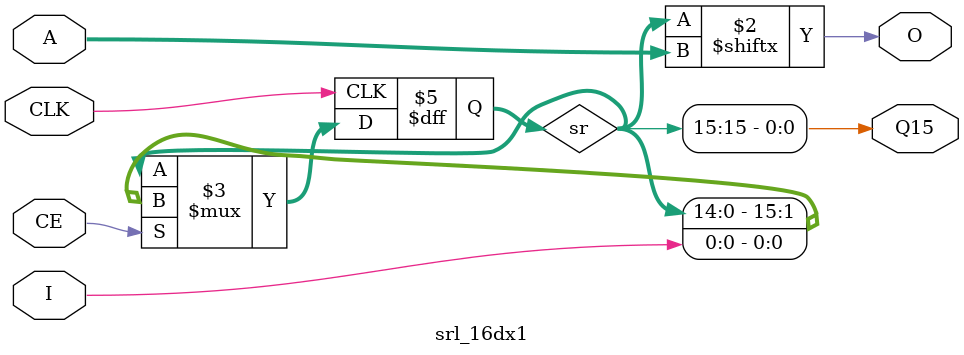
<source format=v>
`timescale 1ns / 1ps
module srl_16dx1(
	input CLK,
	input CE,
	input [3:0] A, //Address is 1 less than depth, ie. for 5 clocks A is 4
	input I,
	output O,
	output Q15
);

(* syn_srlstyle = "select_srl" *)
   reg [15:0] sr;

   always @(posedge CLK)
      if (CE)begin
         sr <= {sr[14:0], I};
      end
   assign O = sr[A];
	assign Q15 = sr[15];

endmodule

</source>
